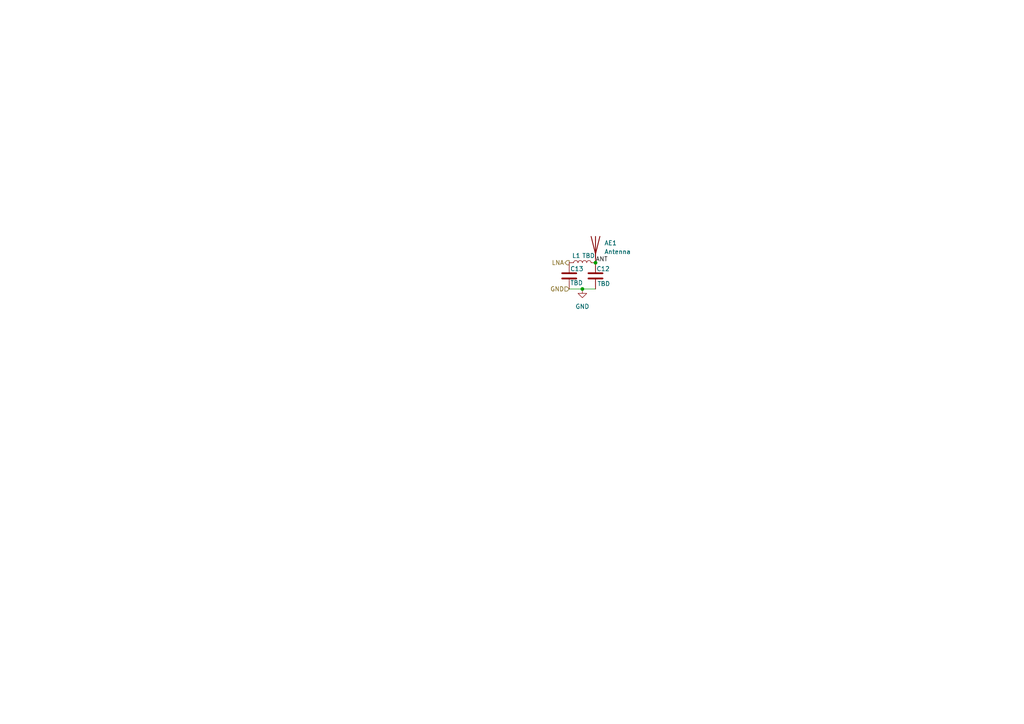
<source format=kicad_sch>
(kicad_sch (version 20231120) (generator "eeschema") (generator_version "8.0")
  (paper "A4")
  (lib_symbols
    (symbol "Device:Antenna" (pin_numbers hide) (pin_names (offset 1.016) hide)
      (property "Reference" "AE" (at -1.905 1.905 0))
      (property "Value" "Antenna" (at -1.905 0 0))
      (symbol "Antenna_0_1"
        (polyline (pts (xy 0 2.54) (xy 0 -3.81)) (stroke (width 0.254)))
        (polyline (pts (xy 1.27 2.54) (xy 0 -2.54) (xy -1.27 2.54)) (stroke (width 0.254)))
      )
      (symbol "Antenna_1_1"
        (pin input line (at 0 -5.08 90) (length 2.54) (name "A") (number "1"))
      )
    )
    (symbol "Device:C" (pin_numbers hide) (pin_names (offset 0.254))
      (property "Reference" "C" (at 0.635 2.54 0))
      (property "Value" "C" (at 0.635 -2.54 0))
      (symbol "C_0_1"
        (polyline (pts (xy -2.032 -0.762) (xy 2.032 -0.762)) (stroke (width 0.508)))
        (polyline (pts (xy -2.032 0.762) (xy 2.032 0.762)) (stroke (width 0.508)))
      )
      (symbol "C_1_1"
        (pin passive line (at 0 3.81 270) (length 2.794) (name "~") (number "1"))
        (pin passive line (at 0 -3.81 90) (length 2.794) (name "~") (number "2"))
      )
    )
    (symbol "Device:L" (pin_numbers hide) (pin_names (offset 1.016) hide)
      (property "Reference" "L" (at -1.27 0 90))
      (property "Value" "L" (at 1.905 0 90))
      (symbol "L_0_1"
        (arc (start 0 -2.54) (mid 0.6323 -1.905) (end 0 -1.27))
        (arc (start 0 -1.27) (mid 0.6323 -0.635) (end 0 0))
        (arc (start 0 0) (mid 0.6323 0.635) (end 0 1.27))
        (arc (start 0 1.27) (mid 0.6323 1.905) (end 0 2.54))
      )
      (symbol "L_1_1"
        (pin passive line (at 0 3.81 270) (length 1.27) (name "1") (number "1"))
        (pin passive line (at 0 -3.81 90) (length 1.27) (name "2") (number "2"))
      )
    )
    (symbol "power:GND" (power) (pin_numbers hide) (pin_names (offset 0) hide)
      (property "Value" "GND" (at 0 -3.81 0))
      (symbol "GND_0_1"
        (polyline (pts (xy 0 0) (xy 0 -1.27) (xy 1.27 -1.27) (xy 0 -2.54) (xy -1.27 -1.27) (xy 0 -1.27)))
      )
      (symbol "GND_1_1"
        (pin power_in line (at 0 0 270) (length 0) (name "~") (number "1"))
      )
    )
  )
  (junction (at 172.72 76.2))
  (junction (at 168.91 83.82))
  (wire (pts (xy 168.91 83.82) (xy 172.72 83.82)))
  (wire (pts (xy 165.1 83.82) (xy 168.91 83.82)))
  (label "ANT" (at 172.72 76.2 0))
  (hierarchical_label "LNA" (shape output) (at 165.1 76.2 180))
  (hierarchical_label "GND" (shape input) (at 165.1 83.82 180))
  (symbol (lib_id "Device:L") (at 168.91 76.2 90) (unit 1)
    (property "Reference" "L1" (at 167.132 74.168 90))
    (property "Value" "TBD" (at 170.688 74.168 90))
    (property "Description" "Inductor" (effects (hide yes)))
  )
  (symbol (lib_id "Device:Antenna") (at 172.72 71.12 0) (unit 1)
    (property "Reference" "AE1" (at 175.26 70.4849 0) (effects (justify left)))
    (property "Value" "Antenna" (at 175.26 73.0249 0) (effects (justify left)))
    (property "Description" "Antenna" (effects (hide yes)))
  )
  (symbol (lib_id "Device:C") (at 172.72 80.01 0) (unit 1)
    (property "Reference" "C12" (at 172.974 77.978 0) (effects (justify left)))
    (property "Value" "TBD" (at 173.228 82.296 0) (effects (justify left)))
    (property "Description" "Unpolarized capacitor" (effects (hide yes)))
  )
  (symbol (lib_id "Device:C") (at 165.1 80.01 0) (unit 1)
    (property "Reference" "C13" (at 165.354 77.978 0) (effects (justify left)))
    (property "Value" "TBD" (at 165.354 82.042 0) (effects (justify left)))
    (property "Description" "Unpolarized capacitor" (effects (hide yes)))
  )
  (symbol (lib_id "power:GND") (at 168.91 83.82 0) (unit 1)
    (property "Reference" "#PWR012" (effects (hide yes)))
    (property "Value" "GND" (at 168.91 88.9 0))
    (property "Description" "Power symbol creates a global label with name \"GND\" , ground" (effects (hide yes)))
  )
)
</source>
